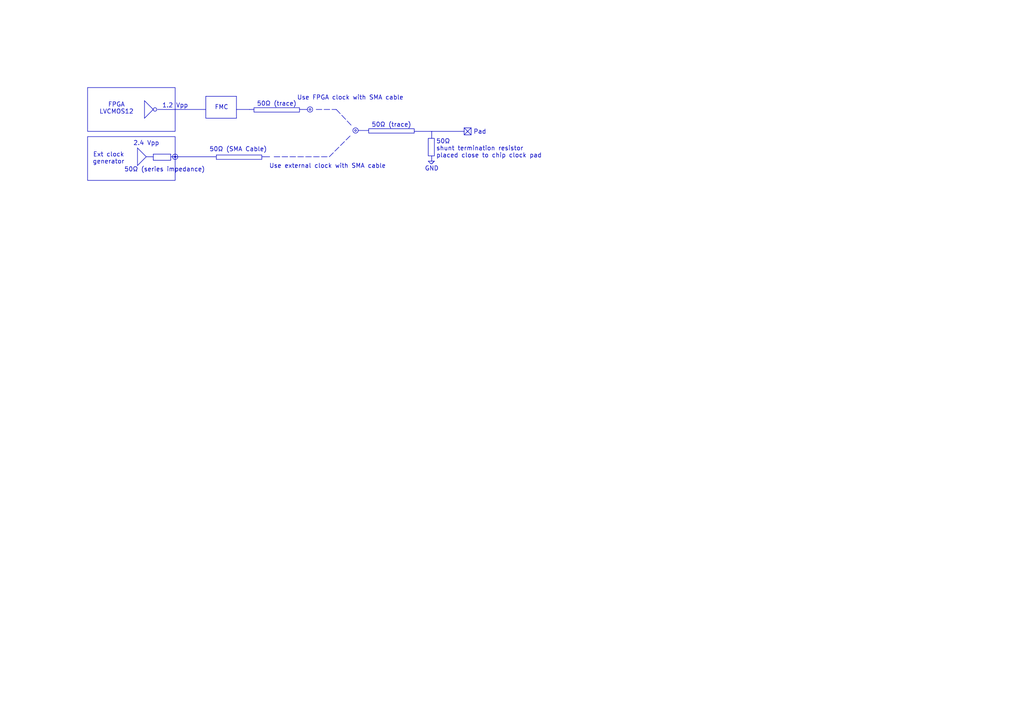
<source format=kicad_sch>
(kicad_sch
	(version 20231120)
	(generator "eeschema")
	(generator_version "8.0")
	(uuid "93a38d8f-8e38-41b6-a2bd-b9463ab2836b")
	(paper "A4")
	(title_block
		(title "Maveric Board")
		(date "2024-06-10")
		(rev "0")
		(comment 1 "Drawn By: Vighnesh Iyer")
	)
	(lib_symbols)
	(polyline
		(pts
			(xy 59.69 27.94) (xy 68.58 27.94)
		)
		(stroke
			(width 0)
			(type default)
		)
		(uuid "0b00cfb9-afe1-4b25-9533-6f07d515d47f")
	)
	(polyline
		(pts
			(xy 124.968 47.498) (xy 125.222 47.498)
		)
		(stroke
			(width 0)
			(type default)
		)
		(uuid "0da5cf14-6466-4cf3-ad64-ef3b47843f32")
	)
	(polyline
		(pts
			(xy 125.222 38.1) (xy 125.222 40.132)
		)
		(stroke
			(width 0)
			(type default)
		)
		(uuid "0f79c239-7797-4e34-9251-648919cdbc84")
	)
	(polyline
		(pts
			(xy 42.418 45.466) (xy 44.45 45.466)
		)
		(stroke
			(width 0)
			(type default)
		)
		(uuid "1a3300b6-6296-417a-b6fb-e2d712defa3a")
	)
	(polyline
		(pts
			(xy 72.39 31.75) (xy 73.66 31.75)
		)
		(stroke
			(width 0)
			(type default)
		)
		(uuid "231e701d-5f0f-47c7-a984-31a1da107c86")
	)
	(polyline
		(pts
			(xy 59.69 34.29) (xy 68.58 34.29)
		)
		(stroke
			(width 0)
			(type default)
		)
		(uuid "30efa08e-10fd-40d9-9594-36547d6249b5")
	)
	(polyline
		(pts
			(xy 103.886 37.846) (xy 106.934 37.846)
		)
		(stroke
			(width 0)
			(type default)
		)
		(uuid "3f3527c5-8157-4b2e-a30b-d1a520d0b829")
	)
	(polyline
		(pts
			(xy 86.868 31.75) (xy 89.154 31.75)
		)
		(stroke
			(width 0)
			(type default)
		)
		(uuid "47c2f859-74bb-4a76-a289-337c31194c22")
	)
	(polyline
		(pts
			(xy 124.206 46.736) (xy 124.968 47.498)
		)
		(stroke
			(width 0)
			(type default)
		)
		(uuid "4eb03ede-1e19-4a6e-be53-df7d257fbdc9")
	)
	(polyline
		(pts
			(xy 39.878 42.926) (xy 42.418 45.466)
		)
		(stroke
			(width 0)
			(type default)
		)
		(uuid "50db3267-924b-4b6e-8ef9-93c4750d0055")
	)
	(polyline
		(pts
			(xy 45.72 31.75) (xy 59.69 31.75)
		)
		(stroke
			(width 0)
			(type default)
		)
		(uuid "57884084-190a-4411-83e1-d2f65f57e45e")
	)
	(polyline
		(pts
			(xy 41.91 34.29) (xy 44.45 31.75)
		)
		(stroke
			(width 0)
			(type default)
		)
		(uuid "58af6e8b-b3ec-45f0-ad2c-7d1b76779487")
	)
	(polyline
		(pts
			(xy 95.504 45.466) (xy 101.6 39.37)
		)
		(stroke
			(width 0)
			(type dash)
		)
		(uuid "5c8d2014-aeed-432f-b34b-c19116749a6a")
	)
	(polyline
		(pts
			(xy 134.62 39.116) (xy 136.652 37.084)
		)
		(stroke
			(width 0)
			(type default)
		)
		(uuid "6f035025-6444-4647-832f-98826456418f")
	)
	(polyline
		(pts
			(xy 120.142 38.1) (xy 125.222 38.1)
		)
		(stroke
			(width 0)
			(type default)
		)
		(uuid "7033c8da-858f-46f9-839f-6b05628ddfcf")
	)
	(polyline
		(pts
			(xy 39.878 42.926) (xy 39.878 48.006)
		)
		(stroke
			(width 0)
			(type default)
		)
		(uuid "71e5d813-22f8-484e-b5b3-16818294d530")
	)
	(polyline
		(pts
			(xy 41.91 29.21) (xy 41.91 34.29)
		)
		(stroke
			(width 0)
			(type default)
		)
		(uuid "78ae53b7-7a5d-46dc-9ff7-01c7e91c890f")
	)
	(polyline
		(pts
			(xy 125.222 45.212) (xy 125.222 46.736)
		)
		(stroke
			(width 0)
			(type default)
		)
		(uuid "84514c55-78c3-4192-a037-a9e8e5bca691")
	)
	(polyline
		(pts
			(xy 125.222 47.498) (xy 125.984 46.736)
		)
		(stroke
			(width 0)
			(type default)
		)
		(uuid "8467cb99-31c8-4ab4-bb22-a9a5bd3fd58b")
	)
	(polyline
		(pts
			(xy 75.946 45.466) (xy 78.232 45.466)
		)
		(stroke
			(width 0)
			(type default)
		)
		(uuid "8e00a484-e792-4062-9462-8758beb4c0a5")
	)
	(polyline
		(pts
			(xy 134.62 37.084) (xy 136.652 39.116)
		)
		(stroke
			(width 0)
			(type default)
		)
		(uuid "8e2e022d-7910-49b4-9d24-efe7867a62d9")
	)
	(polyline
		(pts
			(xy 79.502 45.466) (xy 95.504 45.466)
		)
		(stroke
			(width 0)
			(type dash)
		)
		(uuid "909c7e54-0b2f-4406-9cc5-1e10818e62d7")
	)
	(polyline
		(pts
			(xy 68.58 31.75) (xy 72.39 31.75)
		)
		(stroke
			(width 0)
			(type default)
		)
		(uuid "a52d0fee-dbef-4ed9-aa8a-91059bae95f2")
	)
	(polyline
		(pts
			(xy 124.206 46.736) (xy 125.984 46.736)
		)
		(stroke
			(width 0)
			(type default)
		)
		(uuid "a69bca2d-657c-4684-a69b-3151977d0791")
	)
	(polyline
		(pts
			(xy 97.536 31.75) (xy 101.854 36.322)
		)
		(stroke
			(width 0)
			(type dash)
		)
		(uuid "aa1a1399-3687-4945-948c-68b530db900d")
	)
	(polyline
		(pts
			(xy 91.694 31.75) (xy 97.536 31.75)
		)
		(stroke
			(width 0)
			(type dash)
		)
		(uuid "ca7ab8d3-3612-4b5c-b4e7-34bf1a5d7d77")
	)
	(polyline
		(pts
			(xy 59.69 27.94) (xy 59.69 34.29)
		)
		(stroke
			(width 0)
			(type default)
		)
		(uuid "dc08732b-548d-4628-8e76-b10f9405da97")
	)
	(polyline
		(pts
			(xy 39.878 48.006) (xy 42.418 45.466)
		)
		(stroke
			(width 0)
			(type default)
		)
		(uuid "dfc31efe-7402-48c1-bd6c-b02571ac322a")
	)
	(polyline
		(pts
			(xy 125.222 47.498) (xy 125.984 46.736)
		)
		(stroke
			(width 0)
			(type default)
		)
		(uuid "e8861295-7298-4d59-bdf3-04572117f6fa")
	)
	(polyline
		(pts
			(xy 41.91 29.21) (xy 44.45 31.75)
		)
		(stroke
			(width 0)
			(type default)
		)
		(uuid "ea7dc710-1c66-4f45-abaf-243393495d7b")
	)
	(polyline
		(pts
			(xy 49.53 45.466) (xy 61.468 45.466)
		)
		(stroke
			(width 0)
			(type default)
		)
		(uuid "eec70a5c-68d3-4123-8697-9275c7ff7801")
	)
	(polyline
		(pts
			(xy 68.58 27.94) (xy 68.58 34.29)
		)
		(stroke
			(width 0)
			(type default)
		)
		(uuid "f123e63a-2495-416d-96ac-cd91c1b6eca4")
	)
	(polyline
		(pts
			(xy 61.468 45.466) (xy 62.738 45.466)
		)
		(stroke
			(width 0)
			(type default)
		)
		(uuid "f77c31d0-49e4-4d6c-8390-3bd589aca4ed")
	)
	(circle
		(center 89.916 31.75)
		(radius 0.762)
		(stroke
			(width 0)
			(type default)
		)
		(fill
			(type none)
		)
		(uuid 07b9c44d-eedb-40e0-bb57-390d8fff6114)
	)
	(rectangle
		(start 106.934 37.338)
		(end 120.142 38.608)
		(stroke
			(width 0)
			(type default)
		)
		(fill
			(type none)
		)
		(uuid 08660173-5fc3-40fa-9730-decb4c4d6bc9)
	)
	(rectangle
		(start 25.4 39.624)
		(end 50.8 52.324)
		(stroke
			(width 0)
			(type default)
		)
		(fill
			(type none)
		)
		(uuid 18070dfd-e4f8-415e-97e3-0f81d7029e2d)
	)
	(rectangle
		(start 124.206 40.132)
		(end 125.984 45.212)
		(stroke
			(width 0)
			(type default)
		)
		(fill
			(type none)
		)
		(uuid 2d3f50ac-6e36-44d9-a49a-bd84a88c9721)
	)
	(circle
		(center 89.916 31.75)
		(radius 0.254)
		(stroke
			(width 0)
			(type default)
		)
		(fill
			(type none)
		)
		(uuid 3f589560-4f99-4bb1-a818-b2e03b748753)
	)
	(rectangle
		(start 62.738 44.958)
		(end 75.946 46.228)
		(stroke
			(width 0)
			(type default)
		)
		(fill
			(type none)
		)
		(uuid 5de76759-0900-45bd-a8c1-f7e9848789ef)
	)
	(rectangle
		(start 73.66 31.242)
		(end 86.868 32.512)
		(stroke
			(width 0)
			(type default)
		)
		(fill
			(type none)
		)
		(uuid 643f99ff-11a3-4077-add9-fb2e5030def3)
	)
	(circle
		(center 50.8 45.466)
		(radius 0.254)
		(stroke
			(width 0)
			(type default)
		)
		(fill
			(type none)
		)
		(uuid 76798db0-666d-4cf1-9f78-3343b314e13e)
	)
	(rectangle
		(start 134.62 37.084)
		(end 136.652 39.116)
		(stroke
			(width 0)
			(type default)
		)
		(fill
			(type none)
		)
		(uuid 788f84f8-2caf-4d54-b7c8-a09b13ec0014)
	)
	(circle
		(center 103.124 37.846)
		(radius 0.762)
		(stroke
			(width 0)
			(type default)
		)
		(fill
			(type none)
		)
		(uuid afb825e2-a199-420c-92f5-32da6b9dad1c)
	)
	(rectangle
		(start 25.4 25.4)
		(end 50.8 38.1)
		(stroke
			(width 0)
			(type default)
		)
		(fill
			(type none)
		)
		(uuid c69bf211-e8c2-43c6-86b9-94fddd3c1d45)
	)
	(rectangle
		(start 44.45 44.704)
		(end 49.53 46.482)
		(stroke
			(width 0)
			(type default)
		)
		(fill
			(type none)
		)
		(uuid c854d8c0-425c-4067-910f-67c913434fb2)
	)
	(circle
		(center 44.958 31.75)
		(radius 0.508)
		(stroke
			(width 0)
			(type default)
		)
		(fill
			(type none)
		)
		(uuid c8f9c96b-768c-4c4f-81b6-b4bbfb695278)
	)
	(circle
		(center 103.124 37.846)
		(radius 0.254)
		(stroke
			(width 0)
			(type default)
		)
		(fill
			(type none)
		)
		(uuid d17ea41a-bec7-48dc-934d-2da9d53fff97)
	)
	(circle
		(center 50.8 45.466)
		(radius 0.762)
		(stroke
			(width 0)
			(type default)
		)
		(fill
			(type none)
		)
		(uuid eed3d858-2b77-44b1-8f8b-68350d3c632f)
	)
	(rectangle
		(start 125.222 38.1)
		(end 134.62 38.1)
		(stroke
			(width 0)
			(type default)
		)
		(fill
			(type none)
		)
		(uuid f7353d54-aea8-4b76-9a05-0a885870d9b3)
	)
	(text "Ext clock\ngenerator"
		(exclude_from_sim no)
		(at 31.496 45.974 0)
		(effects
			(font
				(size 1.27 1.27)
			)
		)
		(uuid "03b4f9b2-527f-4a7c-9c72-689eae842184")
	)
	(text "2.4 Vpp"
		(exclude_from_sim no)
		(at 42.418 41.656 0)
		(effects
			(font
				(size 1.27 1.27)
			)
		)
		(uuid "0d23b9ae-dfea-4520-91a2-0374d3e0adb3")
	)
	(text "50Ω (series impedance)"
		(exclude_from_sim no)
		(at 47.752 49.276 0)
		(effects
			(font
				(size 1.27 1.27)
			)
		)
		(uuid "101c819d-8177-4ac0-b8dd-5f15cbb194f0")
	)
	(text "Pad"
		(exclude_from_sim no)
		(at 139.192 38.354 0)
		(effects
			(font
				(size 1.27 1.27)
			)
		)
		(uuid "1dfea35b-be3f-43d6-8afd-17a9e4851b88")
	)
	(text "50Ω (trace)"
		(exclude_from_sim no)
		(at 113.538 36.322 0)
		(effects
			(font
				(size 1.27 1.27)
			)
		)
		(uuid "234c8793-de0f-466c-972d-cfa9272e0bd2")
	)
	(text "Use external clock with SMA cable"
		(exclude_from_sim no)
		(at 94.996 48.26 0)
		(effects
			(font
				(size 1.27 1.27)
			)
		)
		(uuid "2427bbba-4f4e-474b-aede-c5593c9c5c8f")
	)
	(text "Use FPGA clock with SMA cable"
		(exclude_from_sim no)
		(at 101.6 28.448 0)
		(effects
			(font
				(size 1.27 1.27)
			)
		)
		(uuid "3a51f624-6fe8-442d-8485-ed3ec3c32fc0")
	)
	(text "FMC"
		(exclude_from_sim no)
		(at 64.262 31.242 0)
		(effects
			(font
				(size 1.27 1.27)
			)
		)
		(uuid "42b064e9-fdfc-400d-8a15-cfcd6a15eab2")
	)
	(text "1.2 Vpp"
		(exclude_from_sim no)
		(at 50.8 30.734 0)
		(effects
			(font
				(size 1.27 1.27)
			)
		)
		(uuid "4b0ac7ec-b253-4f61-88b9-8cdbb9fee21a")
	)
	(text "50Ω (SMA Cable)"
		(exclude_from_sim no)
		(at 69.088 43.434 0)
		(effects
			(font
				(size 1.27 1.27)
			)
		)
		(uuid "52982d23-4267-4f83-af49-125aeaa4ed65")
	)
	(text "50Ω\nshunt termination resistor\nplaced close to chip clock pad"
		(exclude_from_sim no)
		(at 126.492 43.18 0)
		(effects
			(font
				(size 1.27 1.27)
			)
			(justify left)
		)
		(uuid "7eb0755c-e4e4-43ac-9f1d-0a0470497e46")
	)
	(text "50Ω (trace)"
		(exclude_from_sim no)
		(at 80.264 30.226 0)
		(effects
			(font
				(size 1.27 1.27)
			)
		)
		(uuid "c625e24b-f380-4b4e-b8b1-3953ca74b91a")
	)
	(text "GND"
		(exclude_from_sim no)
		(at 125.222 49.022 0)
		(effects
			(font
				(size 1.27 1.27)
			)
		)
		(uuid "cd0bacbd-4761-4e6e-b4f1-9db89b98fed6")
	)
	(text "FPGA\nLVCMOS12"
		(exclude_from_sim no)
		(at 33.782 31.496 0)
		(effects
			(font
				(size 1.27 1.27)
			)
		)
		(uuid "f82eeac1-9992-4059-8e2d-b1d06f9737fa")
	)
)

</source>
